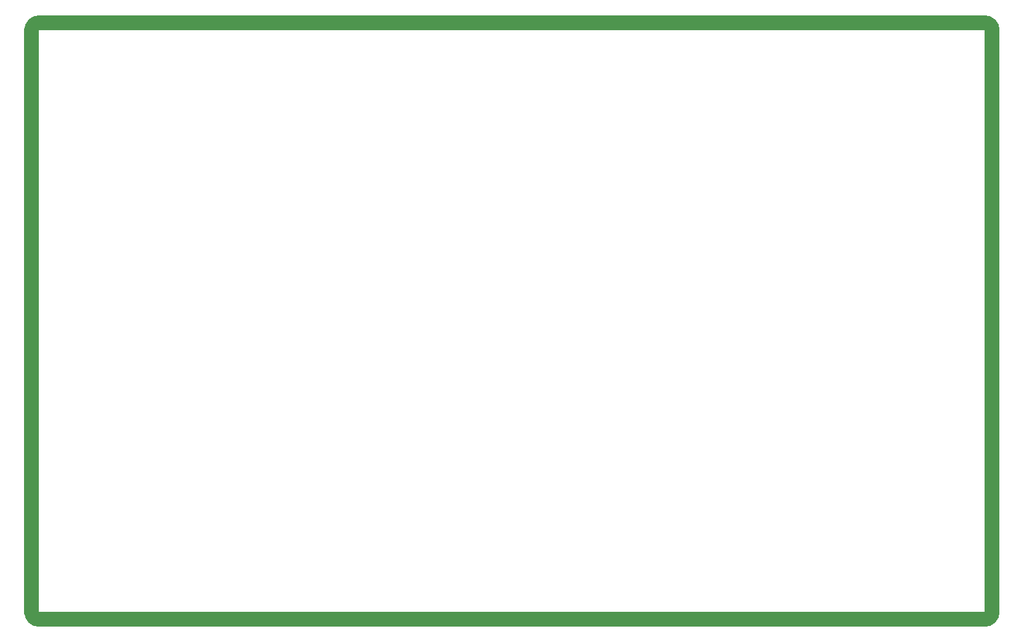
<source format=gbr>
G04*
G04 #@! TF.GenerationSoftware,Altium Limited,Altium Designer,24.1.2 (44)*
G04*
G04 Layer_Color=13684944*
%FSLAX44Y44*%
%MOMM*%
G71*
G04*
G04 #@! TF.SameCoordinates,C4B2C0E0-4E9B-487C-9046-04FF2B3DFFC7*
G04*
G04*
G04 #@! TF.FilePolarity,Positive*
G04*
G01*
G75*
%ADD69C,2.0000*%
D69*
X1310000Y800000D02*
G03*
X1300000Y810000I-10000J0D01*
G01*
X1310000Y800000D02*
G03*
X1300000Y810000I-10000J0D01*
G01*
Y-10000D02*
G03*
X1310000Y0I0J10000D01*
G01*
X1300000Y-10000D02*
G03*
X1310000Y0I0J10000D01*
G01*
X0Y810000D02*
G03*
X-10000Y800000I0J-10000D01*
G01*
X0Y810000D02*
G03*
X-10000Y800000I0J-10000D01*
G01*
Y0D02*
G03*
X0Y-10000I10000J0D01*
G01*
X-10000Y0D02*
G03*
X0Y-10000I10000J0D01*
G01*
X1310000Y0D02*
Y800000D01*
X0Y810000D02*
X1300000D01*
X0Y-10000D02*
X1300000D01*
X-10000Y0D02*
Y800000D01*
M02*

</source>
